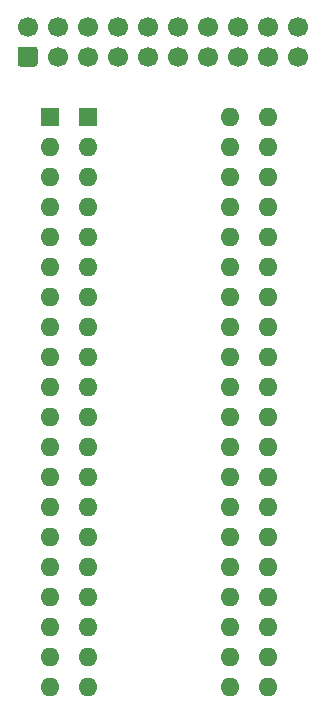
<source format=gts>
%TF.GenerationSoftware,KiCad,Pcbnew,(5.1.8)-1*%
%TF.CreationDate,2021-03-10T03:30:20+01:00*%
%TF.ProjectId,C64 1541-II VIA Adapter,43363420-3135-4343-912d-494920564941,rev?*%
%TF.SameCoordinates,Original*%
%TF.FileFunction,Soldermask,Top*%
%TF.FilePolarity,Negative*%
%FSLAX46Y46*%
G04 Gerber Fmt 4.6, Leading zero omitted, Abs format (unit mm)*
G04 Created by KiCad (PCBNEW (5.1.8)-1) date 2021-03-10 03:30:20*
%MOMM*%
%LPD*%
G01*
G04 APERTURE LIST*
%ADD10C,1.700000*%
%ADD11O,1.600000X1.600000*%
%ADD12R,1.600000X1.600000*%
G04 APERTURE END LIST*
D10*
%TO.C,J2*%
X100330000Y-54610000D03*
X102870000Y-54610000D03*
X105410000Y-54610000D03*
X107950000Y-54610000D03*
X110490000Y-54610000D03*
X113030000Y-54610000D03*
X115570000Y-54610000D03*
X118110000Y-54610000D03*
X120650000Y-54610000D03*
X123190000Y-57150000D03*
X118110000Y-57150000D03*
X113030000Y-57150000D03*
X107950000Y-57150000D03*
X102870000Y-57150000D03*
X123190000Y-54610000D03*
X120650000Y-57150000D03*
X115570000Y-57150000D03*
X110490000Y-57150000D03*
X105410000Y-57150000D03*
G36*
G01*
X100930000Y-58000000D02*
X99730000Y-58000000D01*
G75*
G02*
X99480000Y-57750000I0J250000D01*
G01*
X99480000Y-56550000D01*
G75*
G02*
X99730000Y-56300000I250000J0D01*
G01*
X100930000Y-56300000D01*
G75*
G02*
X101180000Y-56550000I0J-250000D01*
G01*
X101180000Y-57750000D01*
G75*
G02*
X100930000Y-58000000I-250000J0D01*
G01*
G37*
%TD*%
D11*
%TO.C,A1*%
X117475000Y-62230000D03*
X102235000Y-110490000D03*
X117475000Y-64770000D03*
X102235000Y-107950000D03*
X117475000Y-67310000D03*
X102235000Y-105410000D03*
X117475000Y-69850000D03*
X102235000Y-102870000D03*
X117475000Y-72390000D03*
X102235000Y-100330000D03*
X117475000Y-74930000D03*
X102235000Y-97790000D03*
X117475000Y-77470000D03*
X102235000Y-95250000D03*
X117475000Y-80010000D03*
X102235000Y-92710000D03*
X117475000Y-82550000D03*
X102235000Y-90170000D03*
X117475000Y-85090000D03*
X102235000Y-87630000D03*
X117475000Y-87630000D03*
X102235000Y-85090000D03*
X117475000Y-90170000D03*
X102235000Y-82550000D03*
X117475000Y-92710000D03*
X102235000Y-80010000D03*
X117475000Y-95250000D03*
X102235000Y-77470000D03*
X117475000Y-97790000D03*
X102235000Y-74930000D03*
X117475000Y-100330000D03*
X102235000Y-72390000D03*
X117475000Y-102870000D03*
X102235000Y-69850000D03*
X117475000Y-105410000D03*
X102235000Y-67310000D03*
X117475000Y-107950000D03*
X102235000Y-64770000D03*
X117475000Y-110490000D03*
D12*
X102235000Y-62230000D03*
%TD*%
%TO.C,U1*%
X105410000Y-62230000D03*
D11*
X120650000Y-110490000D03*
X105410000Y-64770000D03*
X120650000Y-107950000D03*
X105410000Y-67310000D03*
X120650000Y-105410000D03*
X105410000Y-69850000D03*
X120650000Y-102870000D03*
X105410000Y-72390000D03*
X120650000Y-100330000D03*
X105410000Y-74930000D03*
X120650000Y-97790000D03*
X105410000Y-77470000D03*
X120650000Y-95250000D03*
X105410000Y-80010000D03*
X120650000Y-92710000D03*
X105410000Y-82550000D03*
X120650000Y-90170000D03*
X105410000Y-85090000D03*
X120650000Y-87630000D03*
X105410000Y-87630000D03*
X120650000Y-85090000D03*
X105410000Y-90170000D03*
X120650000Y-82550000D03*
X105410000Y-92710000D03*
X120650000Y-80010000D03*
X105410000Y-95250000D03*
X120650000Y-77470000D03*
X105410000Y-97790000D03*
X120650000Y-74930000D03*
X105410000Y-100330000D03*
X120650000Y-72390000D03*
X105410000Y-102870000D03*
X120650000Y-69850000D03*
X105410000Y-105410000D03*
X120650000Y-67310000D03*
X105410000Y-107950000D03*
X120650000Y-64770000D03*
X105410000Y-110490000D03*
X120650000Y-62230000D03*
%TD*%
M02*

</source>
